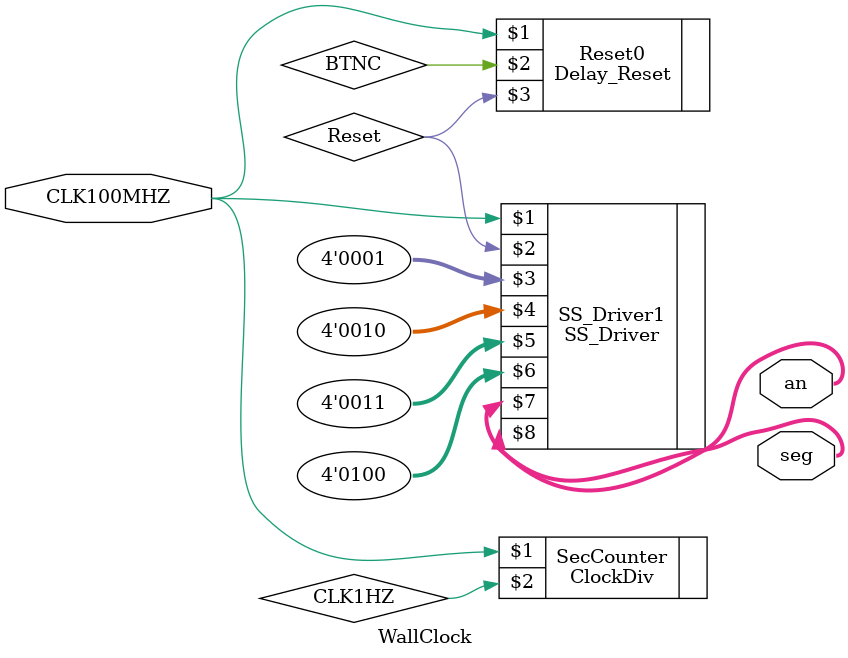
<source format=v>
`timescale 1ns / 1ps

module WallClock(
	input wire CLK100MHZ, // 100 MHz clock                  inputs - these will depend on your board's constraint files
    output wire [3:0] an, // 4 digits of 7 seg display      outputs - these will depend on your board's constraint files
	output wire [6:0] seg // 7 segements of 7 seg display
);

	//Add the reset
	reg Reset;
    Delay_Reset Reset0 (CLK100MHZ, BTNC, Reset);

	//Add and debounce the buttons
	wire MButton;
	wire HButton;
	
	// Instantiate Debounce modules here
	
	// registers for storing the time
    reg [3:0]hours1=4'd0;   // ones hours
	reg [3:0]hours2=4'd0;   // tens hours
	reg [3:0]mins1=4'd0;   // ones minutes
	reg [3:0]mins2=4'd0;   // tens minutes
	reg [5:0] secs = 6'd0;
	
	// Assign Seconds to LEDs
	assign LED = secs;
    
	//Initialize seven segment
	// You will need to change some signals depending on you constraints
	SS_Driver SS_Driver1(
		CLK100MHZ, Reset,
		4'd1, 4'd2, 4'd3, 4'd4, // Use temporary test values before adding hours2, hours1, mins2, mins1
		an[3:0], seg[6:0]
	);
	
	// 1 Hz clock divider
	reg CLK1HZ;    // stores value of 1 Hz Clock
	
	ClockDiv   SecCounter(
	   CLK100MHZ,  // 100 Mhz Clock
	   CLK1HZ      // 1 Hz Clock
	);
	//The main logic
	always @(posedge CLK1HZ) begin     // Run whenever 1 second passes
		// implement your logic here
		if (secs == 59) begin
		  secs <= 0;  // Reset to 0 each when 60 secs have passed
		  if (mins1 == 9) begin
		      mins1 <= 0; //  Reset to 0 each when 10 minutes have passed
		      if (mins2 == 5) begin
		          mins2 <= 0;     // Reset to 0 each when 60 minutes have passed
		          if (hours1 == 3 & hours2 == 2) begin
		              hours1 <= 0;    // Reset all to 0 each when 24 hours have passed
		              hours2 <= 0;
		              mins1 <= 0;
		              mins2 <= 0;
		              secs <= 0;
		          end
		          else if (hours1 == 9) begin
		              hours1 <= 0;    // Reset to 0 every 10 hours that pass
		              hours2 <= hours2 + 1;   // Increase by one every 10 hours that pass
		          end
		          else
		              hours1 <= hours1 + 1;   // Increase by 1 every hour that passes
		      end
		      else
		          mins2 <= mins2 + 1; // Increase by 1 every 10 minutes that pass
		  end
		  else
		      mins1 <= mins1 + 1; // Increase by 1 every minute that passes
		end
	    else
	       secs <= secs + 1;   // Increase by 1 each second
	end
endmodule  

</source>
